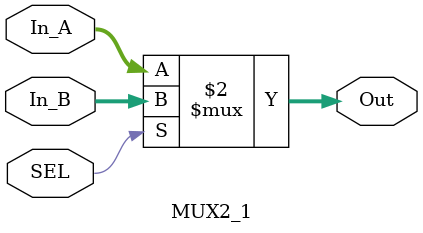
<source format=v>
module MUX2_1(In_A, In_B, SEL, Out);
    input[31:0] In_A, In_B;
    input SEL;
    output [31:0] Out;

    assign Out = (SEL == 0)? In_A: In_B;
endmodule
</source>
